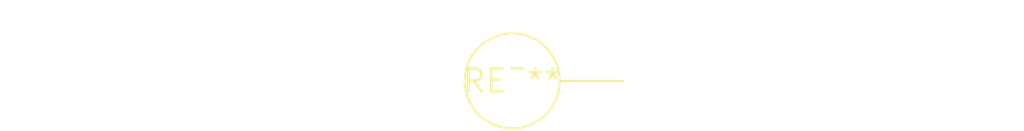
<source format=kicad_pcb>
(kicad_pcb (version 20240108) (generator pcbnew)
  (layers (0 "F.Cu" signal) (31 "B.Cu" signal) (34 "B.Paste" user) (35 "F.Paste" user) (36 "B.SilkS" user "B.Silkscreen") (37 "F.SilkS" user "F.Silkscreen") (38 "B.Mask" user) (39 "F.Mask" user) (44 "Edge.Cuts" user))
  (net 0 "")
  (footprint "L_Axial_L12.0mm_D5.0mm_P7.62mm_Vertical_Fastron_MISC" (layer "F.Cu") (at 0 0)
    (property "Reference" "REF**")
    (property "Value" "L_Axial_L12.0mm_D5.0mm_P7.62mm_Vertical_Fastron_MISC")
    (fp_line (start 2.62 0) (end 6.12 0) (layer "F.SilkS") (stroke (width 0.12)))
    (fp_circle (center 0 0) (end 2.62 0) (layer "F.SilkS") (stroke (width 0.12)) (fill none))
    (pad "1" thru_hole circle (at 0 0) (size 2.4 2.4) (drill 1.2) (layers *.Cu *.Mask) (remove_unused_layers))
    (pad "2" thru_hole oval (at 7.62 0) (size 2.4 2.4) (drill 1.2) (layers *.Cu *.Mask) (remove_unused_layers))
  )
)
</source>
